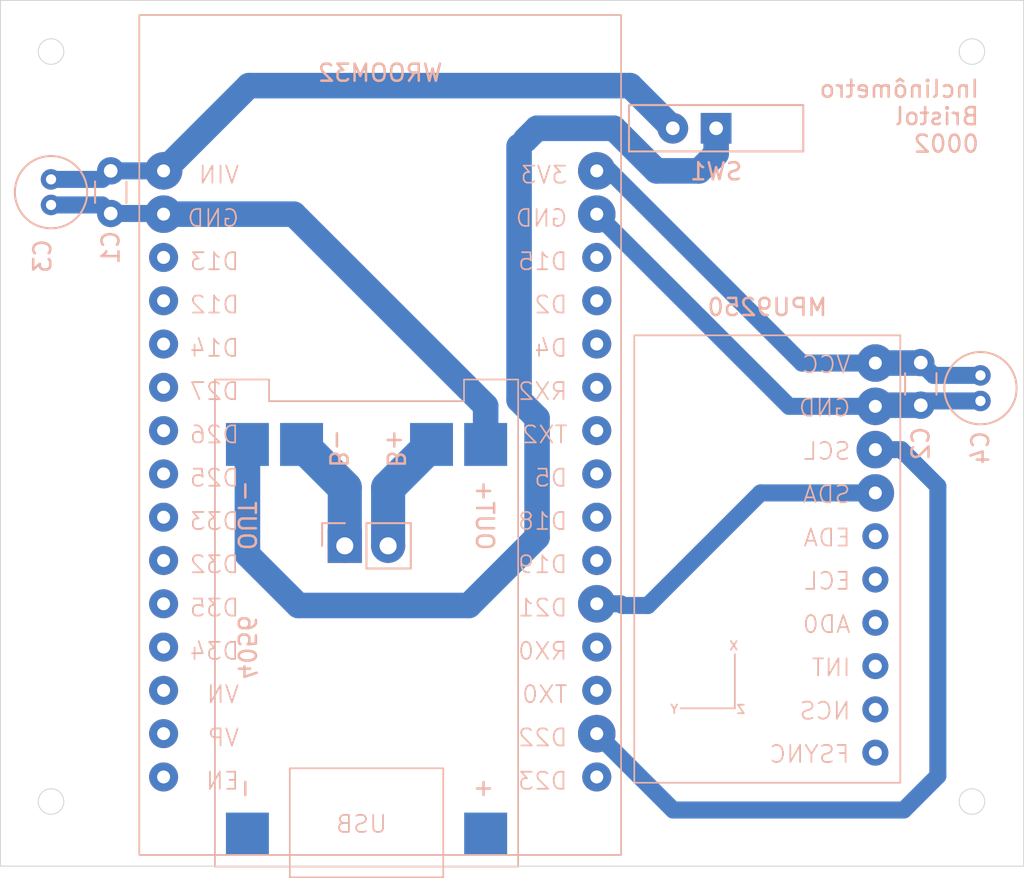
<source format=kicad_pcb>
(kicad_pcb (version 20240108) (generator "pcbnew") (generator_version "8.0")
  (layers (0 "F.Cu" signal) (31 "B.Cu" signal) (34 "B.Paste" user) (35 "F.Paste" user) (36 "B.SilkS" user "B.Silkscreen") (37 "F.SilkS" user "F.Silkscreen") (38 "B.Mask" user) (39 "F.Mask" user) (44 "Edge.Cuts" user))
  (net 0 "")
  (net 12 "VIN")
  (net 19 "GND")
  (net 30 "SDA")
  (net 32 "SCL")
  (net 36 "3V3")
  (net 38 "B+")
  (net 39 "OUT+")
  (net 40 "B-")
  (footprint "Capacitor_THT:C_Disc_D3.0mm_W1.6mm_P2.50mm" (layer "B.Cu") (at 74.507952 109 -90)
    (property "Reference" "C1" (at 4.5 0 90) (layer "B.SilkS") (effects (justify mirror)))
    (property "Value" "104 100nF" (hide yes))
    (fp_line (start 1.879 0.92) (end 0.621 0.92) (stroke (width 0.12)) (layer "B.SilkS"))
    (fp_line (start 1.879 -0.92) (end 0.621 -0.92) (stroke (width 0.12)) (layer "B.SilkS"))
    (pad "1" thru_hole circle (at 0 0 270) (size 1.6 1.6) (drill 0.8) (layers "*.Cu" "*.Mask") (net 12 "VIN"))
    (pad "2" thru_hole circle (at 2.5 0 270) (size 1.6 1.6) (drill 0.8) (layers "*.Cu" "*.Mask") (net 19 "GND"))
  )
  (footprint "Capacitor_THT:C_Radial_D4.0mm_H5.0mm_P1.50mm" (layer "B.Cu") (at 71.007952 109.5 -90)
    (property "Reference" "C3" (at 4.5 0.5 90) (layer "B.SilkS") (effects (justify mirror)))
    (property "Value" "10uF 16V" (hide yes))
    (fp_circle (center 0.75 0) (end 2.87 0) (stroke (width 0.12)) (fill none) (layer "B.SilkS"))
    (pad "2" thru_hole circle (at 1.5 0 270) (size 1.2 1.2) (drill 0.6) (layers "*.Cu" "*.Mask") (net 19 "GND"))
    (pad "E" thru_hole circle (at 0 0 270) (size 1.2 1.2) (drill 0.6) (layers "*.Cu" "*.Mask") (net 12 "VIN"))
  )
  (footprint "ESP32-Wroom-32-Module-lib:ESP32-Wroom-32-Module" (layer "B.Cu") (at 103.007952 101.38 180)
    (property "Reference" "U1" (hide yes))
    (property "Value" "ESP32")
    (fp_rect (start -1.425 1.524) (end 26.825 -47.758) (stroke (width 0.1)) (fill none) (layer "B.SilkS"))
    (fp_text user "D13" (at 20.9 -13.52 0) (layer "B.SilkS") (effects (font (thickness 0.1)) (justify left bottom mirror)))
    (fp_text user "D18" (at 1.65 -28.76 0) (layer "B.SilkS") (effects (font (thickness 0.1)) (justify left bottom mirror)))
    (fp_text user "D15" (at 1.65 -13.52 0) (layer "B.SilkS") (effects (font (thickness 0.1)) (justify left bottom mirror)))
    (fp_text user "RX2" (at 1.65 -21.14 0) (layer "B.SilkS") (effects (font (thickness 0.1)) (justify left bottom mirror)))
    (fp_text user "WROOM32" (at 12.7 -1.874024 0) (layer "B.SilkS") (effects (justify mirror)))
    (fp_text user "D4" (at 1.65 -18.6 0) (layer "B.SilkS") (effects (font (thickness 0.1)) (justify left bottom mirror)))
    (fp_text user "D12" (at 20.9 -16.06 0) (layer "B.SilkS") (effects (font (thickness 0.1)) (justify left bottom mirror)))
    (fp_text user "VIN" (at 20.9 -8.44 0) (layer "B.SilkS") (effects (font (thickness 0.1)) (justify left bottom mirror)))
    (fp_text user "D33" (at 20.9 -28.76 0) (layer "B.SilkS") (effects (font (thickness 0.1)) (justify left bottom mirror)))
    (fp_text user "RX0" (at 1.65 -36.38 0) (layer "B.SilkS") (effects (font (thickness 0.1)) (justify left bottom mirror)))
    (fp_text user "D23" (at 1.65 -44 0) (layer "B.SilkS") (effects (font (thickness 0.1)) (justify left bottom mirror)))
    (fp_text user "VN" (at 20.9 -38.92 0) (layer "B.SilkS") (effects (font (thickness 0.1)) (justify left bottom mirror)))
    (fp_text user "D25" (at 20.9 -26.22 0) (layer "B.SilkS") (effects (font (thickness 0.1)) (justify left bottom mirror)))
    (fp_text user "D2" (at 1.65 -16.06 0) (layer "B.SilkS") (effects (font (thickness 0.1)) (justify left bottom mirror)))
    (fp_text user "D19" (at 1.65 -31.3 0) (layer "B.SilkS") (effects (font (thickness 0.1)) (justify left bottom mirror)))
    (fp_text user "D21" (at 1.65 -33.84 0) (layer "B.SilkS") (effects (font (thickness 0.1)) (justify left bottom mirror)))
    (fp_text user "D22" (at 1.65 -41.46 0) (layer "B.SilkS") (effects (font (thickness 0.1)) (justify left bottom mirror)))
    (fp_text user "TX0" (at 1.65 -38.92 0) (layer "B.SilkS") (effects (font (thickness 0.1)) (justify left bottom mirror)))
    (fp_text user "D35" (at 20.9 -33.84 0) (layer "B.SilkS") (effects (font (thickness 0.1)) (justify left bottom mirror)))
    (fp_text user "D5" (at 1.65 -26.22 0) (layer "B.SilkS") (effects (font (thickness 0.1)) (justify left bottom mirror)))
    (fp_text user "GND" (at 20.9 -10.98 0) (layer "B.SilkS") (effects (font (thickness 0.1)) (justify left bottom mirror)))
    (fp_text user "EN" (at 20.9 -44 0) (layer "B.SilkS") (effects (font (thickness 0.1)) (justify left bottom mirror)))
    (fp_text user "VP" (at 20.9 -41.46 0) (layer "B.SilkS") (effects (font (thickness 0.1)) (justify left bottom mirror)))
    (fp_text user "D34" (at 20.9 -36.38 0) (layer "B.SilkS") (effects (font (thickness 0.1)) (justify left bottom mirror)))
    (fp_text user "GND" (at 1.65 -10.98 0) (layer "B.SilkS") (effects (font (thickness 0.1)) (justify left bottom mirror)))
    (fp_text user "3V3" (at 1.65 -8.44 0) (layer "B.SilkS") (effects (font (thickness 0.1)) (justify left bottom mirror)))
    (fp_text user "TX2" (at 1.65 -23.68 0) (layer "B.SilkS") (effects (font (thickness 0.1)) (justify left bottom mirror)))
    (fp_text user "D14" (at 20.9 -18.6 0) (layer "B.SilkS") (effects (font (thickness 0.1)) (justify left bottom mirror)))
    (fp_text user "D27" (at 20.9 -21.14 0) (layer "B.SilkS") (effects (font (thickness 0.1)) (justify left bottom mirror)))
    (fp_text user "D32" (at 20.9 -31.3 0) (layer "B.SilkS") (effects (font (thickness 0.1)) (justify left bottom mirror)))
    (fp_text user "D26" (at 20.9 -23.68 0) (layer "B.SilkS") (effects (font (thickness 0.1)) (justify left bottom mirror)))
    (pad "1" thru_hole circle (at 0 -7.62 180) (size 2.2 2.2) (drill 0.762) (layers "*.Cu" "*.Mask") (net 36 "3V3"))
    (pad "2" thru_hole circle (at 0 -10.16 180) (size 2.2 2.2) (drill 0.762) (layers "*.Cu" "*.Mask") (net 19 "GND"))
    (pad "3" thru_hole circle (at 0 -12.7 180) (size 1.7 1.7) (drill 0.762) (layers "*.Cu" "*.Mask"))
    (pad "4" thru_hole circle (at 0 -15.24 180) (size 1.7 1.7) (drill 0.762) (layers "*.Cu" "*.Mask"))
    (pad "5" thru_hole circle (at 0 -17.78 180) (size 1.7 1.7) (drill 0.762) (layers "*.Cu" "*.Mask"))
    (pad "6" thru_hole circle (at 0 -20.32 180) (size 1.7 1.7) (drill 0.762) (layers "*.Cu" "*.Mask"))
    (pad "7" thru_hole circle (at 0 -22.86 180) (size 1.7 1.7) (drill 0.762) (layers "*.Cu" "*.Mask"))
    (pad "8" thru_hole circle (at 0 -25.4 180) (size 1.7 1.7) (drill 0.762) (layers "*.Cu" "*.Mask"))
    (pad "9" thru_hole circle (at 0 -27.94 180) (size 1.7 1.7) (drill 0.762) (layers "*.Cu" "*.Mask"))
    (pad "10" thru_hole circle (at 0 -30.48 180) (size 1.7 1.7) (drill 0.762) (layers "*.Cu" "*.Mask"))
    (pad "11" thru_hole circle (at 0 -33.02 180) (size 2.2 2.2) (drill 0.762) (layers "*.Cu" "*.Mask") (net 30 "SDA"))
    (pad "12" thru_hole circle (at 0 -35.56 180) (size 1.7 1.7) (drill 0.762) (layers "*.Cu" "*.Mask"))
    (pad "13" thru_hole circle (at 0 -38.1 180) (size 1.7 1.7) (drill 0.762) (layers "*.Cu" "*.Mask"))
    (pad "14" thru_hole circle (at 0 -40.64 180) (size 2.2 2.2) (drill 0.762) (layers "*.Cu" "*.Mask") (net 32 "SCL"))
    (pad "15" thru_hole circle (at 0 -43.18 180) (size 1.7 1.7) (drill 0.762) (layers "*.Cu" "*.Mask"))
    (pad "16" thru_hole circle (at 25.4 -7.62 180) (size 2.2 2.2) (drill 0.762) (layers "*.Cu" "*.Mask") (net 12 "VIN"))
    (pad "17" thru_hole circle (at 25.4 -10.16 180) (size 2.2 2.2) (drill 0.762) (layers "*.Cu" "*.Mask") (net 19 "GND"))
    (pad "18" thru_hole circle (at 25.4 -12.7 180) (size 1.7 1.7) (drill 0.762) (layers "*.Cu" "*.Mask"))
    (pad "19" thru_hole circle (at 25.4 -15.24 180) (size 1.7 1.7) (drill 0.762) (layers "*.Cu" "*.Mask"))
    (pad "20" thru_hole circle (at 25.4 -17.78 180) (size 1.7 1.7) (drill 0.762) (layers "*.Cu" "*.Mask"))
    (pad "21" thru_hole circle (at 25.4 -20.32 180) (size 1.7 1.7) (drill 0.762) (layers "*.Cu" "*.Mask"))
    (pad "22" thru_hole circle (at 25.4 -22.86 180) (size 1.7 1.7) (drill 0.762) (layers "*.Cu" "*.Mask"))
    (pad "23" thru_hole circle (at 25.4 -25.4 180) (size 1.7 1.7) (drill 0.762) (layers "*.Cu" "*.Mask"))
    (pad "24" thru_hole circle (at 25.4 -27.94 180) (size 1.7 1.7) (drill 0.762) (layers "*.Cu" "*.Mask"))
    (pad "25" thru_hole circle (at 25.4 -30.48 180) (size 1.7 1.7) (drill 0.762) (layers "*.Cu" "*.Mask"))
    (pad "26" thru_hole circle (at 25.4 -33.02 180) (size 1.7 1.7) (drill 0.762) (layers "*.Cu" "*.Mask"))
    (pad "27" thru_hole circle (at 25.4 -35.56 180) (size 1.7 1.7) (drill 0.762) (layers "*.Cu" "*.Mask"))
    (pad "28" thru_hole circle (at 25.4 -38.1 180) (size 1.7 1.7) (drill 0.762) (layers "*.Cu" "*.Mask"))
    (pad "29" thru_hole circle (at 25.4 -40.64 180) (size 1.7 1.7) (drill 0.762) (layers "*.Cu" "*.Mask"))
    (pad "30" thru_hole circle (at 25.4 -43.18 180) (size 1.7 1.7) (drill 0.762) (layers "*.Cu" "*.Mask"))
  )
  (footprint "Connector_PinHeader_2.54mm:PinHeader_1x02_P2.54mm_Vertical" (layer "B.Cu") (at 88.232952 131 -90)
    (property "Reference" "J1" (hide yes))
    (property "Value" "2 male pin header" (hide yes))
    (fp_line (start -1.33 1.33) (end -1.33 0) (stroke (width 0.12)) (layer "B.SilkS"))
    (fp_line (start 0 1.33) (end -1.33 1.33) (stroke (width 0.12)) (layer "B.SilkS"))
    (fp_line (start 1.33 -1.27) (end -1.33 -1.27) (stroke (width 0.12)) (layer "B.SilkS"))
    (fp_line (start -1.33 -3.87) (end -1.33 -1.27) (stroke (width 0.12)) (layer "B.SilkS"))
    (fp_line (start 1.33 -3.87) (end 1.33 -1.27) (stroke (width 0.12)) (layer "B.SilkS"))
    (fp_line (start 1.33 -3.87) (end -1.33 -3.87) (stroke (width 0.12)) (layer "B.SilkS"))
    (pad "1" thru_hole rect (at 0 0 270) (size 2 2) (drill 1) (layers "*.Cu" "*.Mask") (net 40 "B-"))
    (pad "2" thru_hole oval (at 0 -2.54 270) (size 2 2) (drill 1) (layers "*.Cu" "*.Mask") (net 38 "B+"))
  )
  (footprint "Button_Switch_THT:SW_Slide-03_Wuerth-WS-SLTV_10x2.5x6.4_P2.54mm" (layer "B.Cu") (at 110.007952 106.5)
    (property "Reference" "SW1" (at 0 2.54 0) (layer "B.SilkS") (effects (justify mirror)))
    (property "Value" "Switch")
    (fp_rect (start -5.11 1.36) (end 5.11 -1.36) (stroke (width 0.12)) (fill none) (layer "B.SilkS"))
    (pad "1" thru_hole rect (at 0 0) (size 1.8 1.8) (drill 0.8) (layers "*.Cu" "*.Mask") (net 39 "OUT+"))
    (pad "2" thru_hole circle (at -2.54 0) (size 1.8 1.8) (drill 0.8) (layers "*.Cu" "*.Mask") (net 12 "VIN"))
  )
  (footprint "MPU9250_Module:MPU9250_Module" (layer "B.Cu") (at 113.007952 114.5 180)
    (property "Reference" "U2" (hide yes))
    (property "Value" "MPU9250 Module" (hide yes))
    (fp_line (start 5.08 -26.035) (end 1.905 -26.035) (stroke (width 0.1)) (layer "B.SilkS"))
    (fp_line (start 1.905 -22.86) (end 1.905 -26.035) (stroke (width 0.1)) (layer "B.SilkS"))
    (fp_rect (start -7.8 -4.15) (end 7.8 -30.4) (stroke (width 0.1)) (fill none) (layer "B.SilkS"))
    (fp_text user "X" (at 1.660813 -22.653014 0) (layer "B.SilkS") (effects (font (size 0.5 0.5) (thickness 0.1)) (justify left bottom mirror)))
    (fp_text user "EDA" (at -4.95 -16.610313 0) (layer "B.SilkS") (effects (font (thickness 0.1)) (justify left bottom mirror)))
    (fp_text user "ECL" (at -4.95 -19.150313 0) (layer "B.SilkS") (effects (font (thickness 0.1)) (justify left bottom mirror)))
    (fp_text user "NCS" (at -4.95 -26.770313 0) (layer "B.SilkS") (effects (font (thickness 0.1)) (justify left bottom mirror)))
    (fp_text user "AD0" (at -4.95 -21.690313 0) (layer "B.SilkS") (effects (font (thickness 0.1)) (justify left bottom mirror)))
    (fp_text user "FSYNC" (at -4.892251 -29.310313 0) (layer "B.SilkS") (effects (font (thickness 0.1)) (justify left bottom mirror)))
    (fp_text user "SDA" (at -4.95 -14.070313 0) (layer "B.SilkS") (effects (font (thickness 0.1)) (justify left bottom mirror)))
    (fp_text user "MPU9250" (at 0 -2.5 0) (layer "B.SilkS") (effects (justify mirror)))
    (fp_text user "Z" (at 1.245696 -26.38907 0) (layer "B.SilkS") (effects (font (size 0.5 0.5) (thickness 0.1)) (justify left bottom mirror)))
    (fp_text user "SCL" (at -4.95 -11.530313 0) (layer "B.SilkS") (effects (font (thickness 0.1)) (justify left bottom mirror)))
    (fp_text user "VCC" (at -4.95 -6.450313 0) (layer "B.SilkS") (effects (font (thickness 0.1)) (justify left bottom mirror)))
    (fp_text user "Y" (at 5.177101 -26.376861 0) (layer "B.SilkS") (effects (font (size 0.5 0.5) (thickness 0.1)) (justify left bottom mirror)))
    (fp_text user "INT" (at -4.95 -24.230313 0) (layer "B.SilkS") (effects (font (thickness 0.1)) (justify left bottom mirror)))
    (fp_text user "GND" (at -4.95 -8.990313 0) (layer "B.SilkS") (effects (font (thickness 0.1)) (justify left bottom mirror)))
    (pad "1" thru_hole circle (at -6.335851 -5.775207 180) (size 2.2 2.2) (drill 0.762) (layers "*.Cu" "*.Mask") (net 36 "3V3"))
    (pad "2" thru_hole circle (at -6.335851 -8.315207 180) (size 2.2 2.2) (drill 0.762) (layers "*.Cu" "*.Mask") (net 19 "GND"))
    (pad "3" thru_hole circle (at -6.335851 -10.855207 180) (size 2.2 2.2) (drill 0.762) (layers "*.Cu" "*.Mask") (net 32 "SCL"))
    (pad "4" thru_hole circle (at -6.335851 -13.395207 180) (size 2.2 2.2) (drill 0.762) (layers "*.Cu" "*.Mask") (net 30 "SDA"))
    (pad "5" thru_hole circle (at -6.335851 -15.935207 180) (size 1.524 1.524) (drill 0.762) (layers "*.Cu" "*.Mask"))
    (pad "6" thru_hole circle (at -6.335851 -18.475207 180) (size 1.524 1.524) (drill 0.762) (layers "*.Cu" "*.Mask"))
    (pad "7" thru_hole circle (at -6.335851 -21.015207 180) (size 1.524 1.524) (drill 0.762) (layers "*.Cu" "*.Mask"))
    (pad "8" thru_hole circle (at -6.335851 -23.555207 180) (size 1.524 1.524) (drill 0.762) (layers "*.Cu" "*.Mask"))
    (pad "9" thru_hole circle (at -6.335851 -26.095207 180) (size 1.524 1.524) (drill 0.762) (layers "*.Cu" "*.Mask"))
    (pad "10" thru_hole circle (at -6.335851 -28.635207 180) (size 1.524 1.524) (drill 0.762) (layers "*.Cu" "*.Mask"))
  )
  (footprint "TP4056:TP4056" (layer "B.Cu") (at 89.507952 116.7475 180)
    (property "Reference" "U3" (hide yes))
    (property "Value" "TP4056")
    (fp_line (start 8.89 -4.495) (end 8.89 -33.07) (stroke (width 0.1)) (layer "B.SilkS"))
    (fp_line (start 8.89 -33.07) (end 6.35 -33.07) (stroke (width 0.1)) (layer "B.SilkS"))
    (fp_line (start 6.35 -33.07) (end 5.08 -33.07) (stroke (width 0.1)) (layer "B.SilkS"))
    (fp_line (start 5.715 -4.495) (end 8.89 -4.495) (stroke (width 0.1)) (layer "B.SilkS"))
    (fp_line (start 5.715 -5.765) (end 5.715 -4.495) (stroke (width 0.1)) (layer "B.SilkS"))
    (fp_line (start -5.08 -33.07) (end 5.08 -33.07) (stroke (width 0.1)) (layer "B.SilkS"))
    (fp_line (start -5.08 -33.07) (end -8.89 -33.07) (stroke (width 0.1)) (layer "B.SilkS"))
    (fp_line (start -5.715 -4.495) (end -5.715 -5.765) (stroke (width 0.1)) (layer "B.SilkS"))
    (fp_line (start -5.715 -5.765) (end 5.715 -5.765) (stroke (width 0.1)) (layer "B.SilkS"))
    (fp_line (start -8.89 -4.495) (end -5.715 -4.495) (stroke (width 0.1)) (layer "B.SilkS"))
    (fp_line (start -8.89 -33.07) (end -8.89 -4.495) (stroke (width 0.1)) (layer "B.SilkS"))
    (fp_rect (start -4.5 -27.305) (end 4.5 -33.705) (stroke (width 0.1)) (fill none) (layer "B.SilkS"))
    (fp_text user "B+" (at -1.116142 -9.761328 -90) (layer "B.SilkS") (effects (justify left bottom mirror)))
    (fp_text user "OUT-" (at 7.62 -14.605 -90) (layer "B.SilkS") (effects (justify left bottom mirror)))
    (fp_text user "4056" (at 7.62 -22.225 -90) (layer "B.SilkS") (effects (justify left bottom mirror)))
    (fp_text user "-" (at 7.62 -29.21 -90) (layer "B.SilkS") (effects (justify left bottom mirror)))
    (fp_text user "USB" (at -1.27 -31.165 0) (layer "B.SilkS") (effects (font (thickness 0.1)) (justify left bottom mirror)))
    (fp_text user "+" (at -6.35 -29.21 -90) (layer "B.SilkS") (effects (justify left bottom mirror)))
    (fp_text user "OUT+ " (at -6.35 -14.605 -90) (layer "B.SilkS") (effects (justify left bottom mirror)))
    (fp_text user "B-" (at 2.248237 -9.752373 -90) (layer "B.SilkS") (effects (justify left bottom mirror)))
    (pad "1" smd rect (at -6.985 -8.305 90) (size 2.52 2.52) (layers "B.Cu" "B.Paste" "B.Mask") (net 19 "GND"))
    (pad "2" smd rect (at -3.81 -8.305 90) (size 2.52 2.52) (layers "B.Cu" "B.Paste" "B.Mask") (net 38 "B+"))
    (pad "3" smd rect (at 3.81 -8.305 90) (size 2.52 2.52) (layers "B.Cu" "B.Paste" "B.Mask") (net 40 "B-"))
    (pad "4" smd rect (at 6.985 -8.305 90) (size 2.52 2.52) (layers "B.Cu" "B.Paste" "B.Mask") (net 39 "OUT+"))
    (pad "5" smd rect (at -6.985 -31.165 90) (size 2.52 2.52) (layers "B.Cu" "B.Paste" "B.Mask"))
    (pad "6" smd rect (at 6.985 -31.165 90) (size 2.52 2.52) (layers "B.Cu" "B.Paste" "B.Mask"))
  )
  (footprint "Capacitor_THT:C_Radial_D4.0mm_H5.0mm_P1.50mm" (layer "B.Cu") (at 125.507952 121 -90)
    (property "Reference" "C4" (at 4.25 0 90) (layer "B.SilkS") (effects (justify mirror)))
    (property "Value" "10uF 16V" (hide yes))
    (fp_circle (center 0.75 0) (end 2.87 0) (stroke (width 0.12)) (fill none) (layer "B.SilkS"))
    (pad "1" thru_hole circle (at 0 0 270) (size 1.2 1.2) (drill 0.6) (layers "*.Cu" "*.Mask") (net 36 "3V3"))
    (pad "2" thru_hole circle (at 1.5 0 270) (size 1.2 1.2) (drill 0.6) (layers "*.Cu" "*.Mask") (net 19 "GND"))
  )
  (footprint "Capacitor_THT:C_Disc_D3.0mm_W1.6mm_P2.50mm" (layer "B.Cu") (at 122.007952 120.25 -90)
    (property "Reference" "C2" (at 4.75 0 90) (layer "B.SilkS") (effects (justify mirror)))
    (property "Value" "104 100nF" (hide yes))
    (fp_line (start 1.879 0.92) (end 0.621 0.92) (stroke (width 0.12)) (layer "B.SilkS"))
    (fp_line (start 1.879 -0.92) (end 0.621 -0.92) (stroke (width 0.12)) (layer "B.SilkS"))
    (pad "1" thru_hole circle (at 0 0 270) (size 1.6 1.6) (drill 0.8) (layers "*.Cu" "*.Mask") (net 36 "3V3"))
    (pad "2" thru_hole circle (at 2.5 0 270) (size 1.6 1.6) (drill 0.8) (layers "*.Cu" "*.Mask") (net 19 "GND"))
  )
  (gr_circle (center 71.007952 102) (end 70.257952 102) (stroke (width 0.05)) (fill none) (layer "Edge.Cuts"))
  (gr_circle (center 125.007952 102) (end 124.257952 102) (stroke (width 0.05)) (fill none) (layer "Edge.Cuts"))
  (gr_circle (center 125.007952 146) (end 124.257952 146) (stroke (width 0.05)) (fill none) (layer "Edge.Cuts"))
  (gr_circle (center 71.007952 146) (end 70.257952 146) (stroke (width 0.05)) (fill none) (layer "Edge.Cuts"))
  (gr_rect (start 68.04 99) (end 128.04 149.792375) (stroke (width 0.05)) (fill none) (layer "Edge.Cuts"))
  (gr_text "Inclinômetro\nBristol\n0002" (at 125.507952 108 -0) (layer "B.SilkS") (effects (font (size 1 1)) (justify left bottom mirror)))
  (segment (start 71.007952 109.5) (end 74.007952 109.5) (width 1) (layer "B.Cu") (net 12))
  (segment (start 74.507952 109) (end 77.607952 109) (width 1) (layer "B.Cu") (net 12))
  (segment (start 82.607952 104) (end 104.967952 104) (width 1.5) (layer "B.Cu") (net 12))
  (segment (start 104.967952 104) (end 107.467952 106.5) (width 1.5) (layer "B.Cu") (net 12))
  (segment (start 74.007952 109.5) (end 74.507952 109) (width 1) (layer "B.Cu") (net 12))
  (segment (start 77.607952 109) (end 82.607952 104) (width 1.5) (layer "B.Cu") (net 12))
  (segment (start 74.507952 111.5) (end 77.567952 111.5) (width 1) (layer "B.Cu") (net 19))
  (segment (start 119.40901 122.75) (end 119.343803 122.815207) (width 1) (layer "B.Cu") (net 19))
  (segment (start 119.343803 122.815207) (end 114.283159 122.815207) (width 1) (layer "B.Cu") (net 19))
  (segment (start 122.257952 122.5) (end 122.007952 122.75) (width 1) (layer "B.Cu") (net 19))
  (segment (start 77.607952 111.54) (end 85.240452 111.54) (width 1.5) (layer "B.Cu") (net 19))
  (segment (start 77.567952 111.5) (end 77.607952 111.54) (width 1) (layer "B.Cu") (net 19))
  (segment (start 114.283159 122.815207) (end 103.007952 111.54) (width 1) (layer "B.Cu") (net 19))
  (segment (start 85.240452 111.54) (end 96.492952 122.7925) (width 1.5) (layer "B.Cu") (net 19))
  (segment (start 71.007952 111) (end 74.007952 111) (width 1) (layer "B.Cu") (net 19))
  (segment (start 122.007952 122.75) (end 119.40901 122.75) (width 1.5) (layer "B.Cu") (net 19))
  (segment (start 74.007952 111) (end 74.507952 111.5) (width 1) (layer "B.Cu") (net 19))
  (segment (start 96.492952 122.7925) (end 96.492952 125.0525) (width 1.5) (layer "B.Cu") (net 19))
  (segment (start 125.507952 122.5) (end 122.257952 122.5) (width 1) (layer "B.Cu") (net 19))
  (segment (start 104.407952 134.4) (end 103.007952 134.4) (width 1) (layer "B.Cu") (net 30))
  (segment (start 119.343803 127.895207) (end 112.612745 127.895207) (width 1) (layer "B.Cu") (net 30))
  (segment (start 106.007952 134.5) (end 104.507952 134.5) (width 1) (layer "B.Cu") (net 30))
  (segment (start 112.612745 127.895207) (end 106.007952 134.5) (width 1) (layer "B.Cu") (net 30))
  (segment (start 104.507952 134.5) (end 104.407952 134.4) (width 1) (layer "B.Cu") (net 30))
  (segment (start 121.007952 146.5) (end 107.487952 146.5) (width 1) (layer "B.Cu") (net 32))
  (segment (start 119.343803 125.355207) (end 120.863159 125.355207) (width 1) (layer "B.Cu") (net 32))
  (segment (start 120.863159 125.355207) (end 123.007952 127.5) (width 1) (layer "B.Cu") (net 32))
  (segment (start 123.007952 127.5) (end 123.007952 144.5) (width 1) (layer "B.Cu") (net 32))
  (segment (start 107.487952 146.5) (end 103.007952 142.02) (width 1) (layer "B.Cu") (net 32))
  (segment (start 123.007952 144.5) (end 121.007952 146.5) (width 1) (layer "B.Cu") (net 32))
  (segment (start 103.760744 109) (end 103.007952 109) (width 1) (layer "B.Cu") (net 36))
  (segment (start 125.507952 121) (end 122.757952 121) (width 1) (layer "B.Cu") (net 36))
  (segment (start 122.757952 121) (end 122.007952 120.25) (width 1) (layer "B.Cu") (net 36))
  (segment (start 121.982745 120.275207) (end 122.007952 120.25) (width 1) (layer "B.Cu") (net 36))
  (segment (start 115.035951 120.275207) (end 103.760744 109) (width 1) (layer "B.Cu") (net 36))
  (segment (start 119.343803 120.275207) (end 115.035951 120.275207) (width 1) (layer "B.Cu") (net 36))
  (segment (start 119.343803 120.275207) (end 121.982745 120.275207) (width 1.5) (layer "B.Cu") (net 36))
  (segment (start 90.772952 131) (end 90.772952 127.5975) (width 2) (layer "B.Cu") (net 38))
  (segment (start 90.772952 127.5975) (end 93.317952 125.0525) (width 2) (layer "B.Cu") (net 38))
  (segment (start 82.522952 131.515) (end 85.507952 134.5) (width 1.5) (layer "B.Cu") (net 39))
  (segment (start 106.507952 109) (end 109.007952 109) (width 1.5) (layer "B.Cu") (net 39))
  (segment (start 99.507952 123.5) (end 98.452952 122.445) (width 1.5) (layer "B.Cu") (net 39))
  (segment (start 98.452952 107.555) (end 98.821283 107.186669) (width 1) (layer "B.Cu") (net 39))
  (segment (start 95.507952 134.5) (end 99.507952 130.5) (width 1.5) (layer "B.Cu") (net 39))
  (segment (start 110.007952 108) (end 110.007952 106.5) (width 1.5) (layer "B.Cu") (net 39))
  (segment (start 82.522952 125.0525) (end 82.522952 131.515) (width 1.5) (layer "B.Cu") (net 39))
  (segment (start 109.007952 109) (end 110.007952 108) (width 1.5) (layer "B.Cu") (net 39))
  (segment (start 99.507952 106.5) (end 104.007952 106.5) (width 1.5) (layer "B.Cu") (net 39))
  (segment (start 99.507952 130.5) (end 99.507952 123.5) (width 1.5) (layer "B.Cu") (net 39))
  (segment (start 85.507952 134.5) (end 95.507952 134.5) (width 1.5) (layer "B.Cu") (net 39))
  (segment (start 98.821283 107.186669) (end 99.507952 106.5) (width 1.5) (layer "B.Cu") (net 39))
  (segment (start 98.452952 122.445) (end 98.452952 107.555) (width 1.5) (layer "B.Cu") (net 39))
  (segment (start 104.007952 106.5) (end 106.507952 109) (width 1.5) (layer "B.Cu") (net 39))
  (segment (start 88.232952 127.5875) (end 85.697952 125.0525) (width 2) (layer "B.Cu") (net 40))
  (segment (start 88.232952 131) (end 88.232952 127.5875) (width 2) (layer "B.Cu") (net 40))
)
</source>
